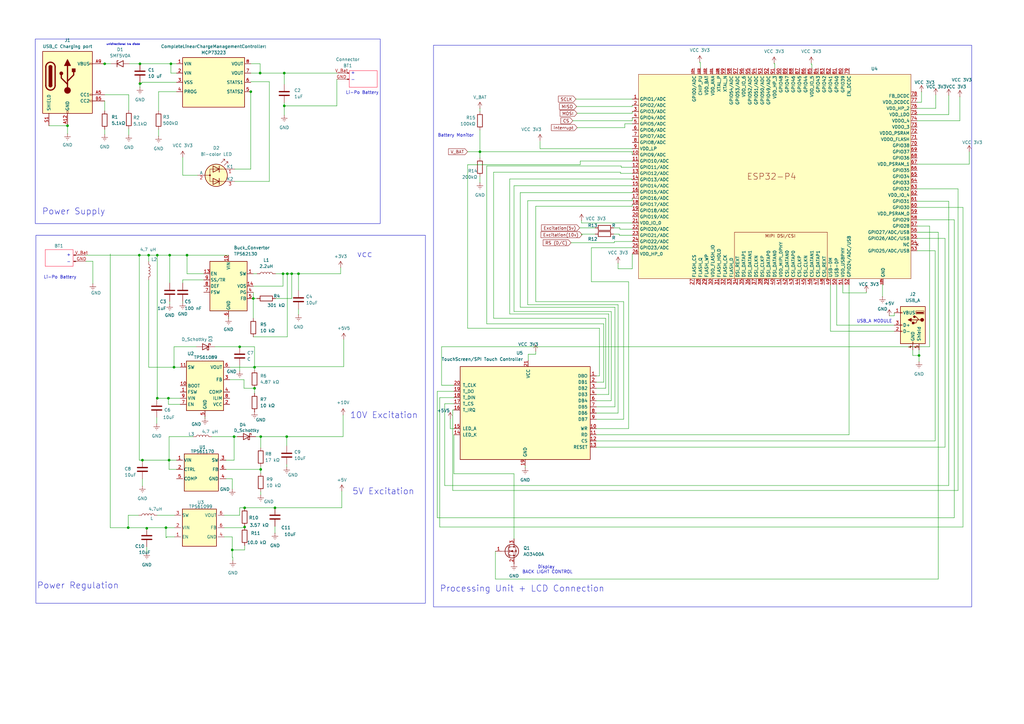
<source format=kicad_sch>
(kicad_sch (version 20250114) (generator "eeschema") (generator_version "9.0")
  (paper "A3")
  (title_block (title "Innovatest ") (date "07.11.2025"))
  (rectangle (start 14.478 16.002) (end 155.956 91.694))
  (rectangle (start 14.732 96.52) (end 174.498 247.396))
  (rectangle (start 177.8 18.542) (end 398.526 248.92))
  (text "Li-Po Battery\n" (at 148.59 38.1 0) (effects (font (size 1.27 1.27))))
  (text "+" (at 28.194 104.648 0) (effects (font (size 1.27 1.27))))
  (text "10V Excitation" (at 157.48 170.434 0) (effects (font (size 2.54 2.54))))
  (text "Li-Po Battery\n" (at 24.638 113.792 0) (effects (font (size 1.27 1.27))))
  (text "Power Regulation" (at 32.004 240.284 0) (effects (font (size 2.54 2.54))))
  (text "5V Excitation\n" (at 157.226 201.676 0) (effects (font (size 2.54 2.54))))
  (text "Display \nBACK LIGHT CONTROL\n" (at 224.536 233.68 0) (effects (font (size 1.27 1.27))))
  (text "USB_A MODULE\n" (at 358.648 131.826 0) (effects (font (size 1.27 1.27))))
  (text "Battery Monitor" (at 186.944 55.626 0) (effects (font (size 1.27 1.27))))
  (text "Processing Unit + LCD Connection \n" (at 215.138 241.554 0) (effects (font (size 2.54 2.54))))
  (text "-" (at 28.194 107.442 0) (effects (font (size 1.27 1.27))))
  (text "Power Supply\n" (at 30.226 86.868 0) (effects (font (size 2.54 2.54))))
  (text "unidirectional tvs diode" (at 50.546 18.288 0) (effects (font (size 0.762 0.762))))
  (text "-" (at 144.78 32.766 0) (effects (font (size 1.27 1.27))))
  (text "+" (at 144.78 29.972 0) (effects (font (size 1.27 1.27))))
  (text "vcc\n" (at 149.606 104.394 0) (effects (font (size 2.54 2.54))))
  (text_box "" (at 18.542 102.362 0) (size 11.43 6.858) (margins 0.9525 0.9525 0.9525 0.9525) (stroke (width 0) (color 255 18 58 1)) (effects (font (size 1.27 1.27)) (justify left top)))
  (text_box "" (at 143.256 28.956 0) (size 11.43 6.858) (margins 0.9525 0.9525 0.9525 0.9525) (stroke (width 0) (color 255 18 58 1)) (effects (font (size 1.27 1.27)) (justify left top)))
  (junction (at 42.926 26.162))
  (junction (at 57.404 26.162))
  (junction (at 376.936 145.796))
  (junction (at 196.85 62.23))
  (junction (at 98.298 142.24))
  (junction (at 64.516 104.648))
  (junction (at 69.596 104.648))
  (junction (at 106.934 179.07))
  (junction (at 106.68 29.972))
  (junction (at 104.394 159.258))
  (junction (at 52.578 216.408))
  (junction (at 64.516 163.322))
  (junction (at 71.374 150.622))
  (junction (at 106.934 192.532))
  (junction (at 69.342 188.722))
  (junction (at 57.15 104.648))
  (junction (at 103.886 122.428))
  (junction (at 116.586 29.972))
  (junction (at 104.394 150.622))
  (junction (at 76.708 104.648))
  (junction (at 57.404 34.29))
  (junction (at 117.602 179.07))
  (junction (at 122.428 112.268))
  (junction (at 60.198 216.662))
  (junction (at 27.686 51.562))
  (junction (at 119.634 112.268))
  (junction (at 116.586 43.434))
  (junction (at 70.104 26.162))
  (junction (at 102.87 37.592))
  (junction (at 116.078 112.268))
  (junction (at 117.856 112.268))
  (junction (at 68.072 216.408))
  (junction (at 112.776 208.28))
  (junction (at 100.33 208.28))
  (junction (at 58.42 188.722))
  (junction (at 96.012 179.07))
  (junction (at 100.33 216.154))
  (junction (at 95.25 225.552))
  (junction (at 69.088 163.322))
  (junction (at 60.96 104.648))
  (wire (pts (xy 86.868 179.07) (xy 96.012 179.07)))
  (wire (pts (xy 213.36 125.984) (xy 252.222 125.984)))
  (wire (pts (xy 71.374 150.622) (xy 73.914 150.622)))
  (wire (pts (xy 238.506 91.44) (xy 238.506 90.424)))
  (wire (pts (xy 254.254 93.472) (xy 251.714 93.472)))
  (wire (pts (xy 391.414 212.344) (xy 179.324 212.344)))
  (wire (pts (xy 244.602 166.878) (xy 252.222 166.878)))
  (wire (pts (xy 91.948 220.218) (xy 95.25 220.218)))
  (wire (pts (xy 71.374 142.24) (xy 80.518 142.24)))
  (wire (pts (xy 100.33 216.154) (xy 100.33 215.9)))
  (wire (pts (xy 376.936 145.796) (xy 376.936 143.51)))
  (wire (pts (xy 60.96 104.648) (xy 60.96 107.188)))
  (wire (pts (xy 96.012 179.07) (xy 97.282 179.07)))
  (wire (pts (xy 42.926 41.402) (xy 42.926 45.466)))
  (wire (pts (xy 215.392 191.77) (xy 215.392 191.008)))
  (wire (pts (xy 95.25 228.6) (xy 95.25 225.552)))
  (wire (pts (xy 254.762 68.58) (xy 254.762 68.072)))
  (wire (pts (xy 138.176 43.434) (xy 116.586 43.434)))
  (wire (pts (xy 68.072 216.408) (xy 71.628 216.408)))
  (wire (pts (xy 52.832 52.832) (xy 52.832 55.372)))
  (wire (pts (xy 392.938 77.47) (xy 392.938 201.168)))
  (wire (pts (xy 64.262 163.322) (xy 64.516 163.322)))
  (wire (pts (xy 219.71 84.582) (xy 219.71 123.698)))
  (wire (pts (xy 182.372 165.608) (xy 186.182 165.608)))
  (wire (pts (xy 362.204 116.84) (xy 361.95 116.84)))
  (wire (pts (xy 116.586 42.164) (xy 116.586 43.434)))
  (wire (pts (xy 251.968 99.568) (xy 251.968 99.06)))
  (wire (pts (xy 106.934 191.262) (xy 106.934 192.532)))
  (wire (pts (xy 104.394 150.622) (xy 104.394 151.638)))
  (wire (pts (xy 257.81 115.57) (xy 257.81 175.768)))
  (wire (pts (xy 185.674 201.168) (xy 185.674 168.148)))
  (wire (pts (xy 387.604 97.79) (xy 387.604 183.388)))
  (wire (pts (xy 139.7 112.268) (xy 139.7 109.728)))
  (wire (pts (xy 102.87 33.528) (xy 110.49 33.528)))
  (wire (pts (xy 332.994 26.416) (xy 332.994 27.94)))
  (wire (pts (xy 376.174 85.09) (xy 394.97 85.09)))
  (wire (pts (xy 259.334 62.23) (xy 259.334 63.5)))
  (wire (pts (xy 209.042 73.406) (xy 209.042 128.778)))
  (wire (pts (xy 394.97 216.154) (xy 180.34 216.154)))
  (wire (pts (xy 383.54 102.87) (xy 383.54 180.848)))
  (wire (pts (xy 184.658 171.704) (xy 184.658 175.768)))
  (wire (pts (xy 248.412 159.258) (xy 244.602 159.258)))
  (wire (pts (xy 64.516 211.328) (xy 71.628 211.328)))
  (wire (pts (xy 64.516 163.322) (xy 69.088 163.322)))
  (wire (pts (xy 196.85 62.23) (xy 196.85 64.77)))
  (wire (pts (xy 244.602 169.418) (xy 253.492 169.418)))
  (wire (pts (xy 196.85 62.23) (xy 259.334 62.23)))
  (wire (pts (xy 213.36 78.994) (xy 259.334 78.994)))
  (wire (pts (xy 242.57 115.57) (xy 257.81 115.57)))
  (wire (pts (xy 60.96 150.622) (xy 71.374 150.622)))
  (wire (pts (xy 96.012 179.07) (xy 96.012 188.722)))
  (wire (pts (xy 210.82 127.762) (xy 210.82 76.2)))
  (wire (pts (xy 45.212 216.408) (xy 52.578 216.408)))
  (wire (pts (xy 259.334 104.14) (xy 259.334 110.236)))
  (wire (pts (xy 383.54 180.848) (xy 244.602 180.848)))
  (wire (pts (xy 95.504 229.87) (xy 95.504 228.6)))
  (wire (pts (xy 104.394 159.258) (xy 104.394 161.29)))
  (wire (pts (xy 332.994 26.416) (xy 332.74 26.416)))
  (wire (pts (xy 259.334 78.994) (xy 259.334 78.74)))
  (wire (pts (xy 68.072 216.408) (xy 68.072 220.472)))
  (wire (pts (xy 255.778 171.958) (xy 244.602 171.958)))
  (wire (pts (xy 376.174 90.17) (xy 391.414 90.17)))
  (wire (pts (xy 64.262 163.576) (xy 64.262 163.322)))
  (wire (pts (xy 138.176 32.512) (xy 138.176 43.434)))
  (wire (pts (xy 117.602 179.07) (xy 117.602 182.88)))
  (wire (pts (xy 182.372 199.136) (xy 182.372 165.608)))
  (wire (pts (xy 259.334 46.482) (xy 259.334 45.72)))
  (wire (pts (xy 100.33 223.774) (xy 100.33 225.552)))
  (wire (pts (xy 52.578 211.328) (xy 52.578 216.408)))
  (wire (pts (xy 106.68 29.972) (xy 116.586 29.972)))
  (wire (pts (xy 259.08 73.66) (xy 259.08 73.406)))
  (wire (pts (xy 113.03 112.268) (xy 116.078 112.268)))
  (wire (pts (xy 242.57 115.57) (xy 242.57 101.6)))
  (wire (pts (xy 255.778 123.698) (xy 255.778 171.958)))
  (wire (pts (xy 366.776 129.54) (xy 364.744 129.54)))
  (wire (pts (xy 203.2 226.06) (xy 203.2 237.49)))
  (wire (pts (xy 245.872 134.62) (xy 245.872 154.178)))
  (wire (pts (xy 20.066 51.562) (xy 27.686 51.562)))
  (wire (pts (xy 236.728 52.324) (xy 256.286 52.324)))
  (wire (pts (xy 238.506 96.266) (xy 238.506 96.012)))
  (wire (pts (xy 376.174 41.91) (xy 377.952 41.91)))
  (wire (pts (xy 384.81 237.49) (xy 384.81 95.25)))
  (wire (pts (xy 57.404 25.908) (xy 57.404 26.162)))
  (wire (pts (xy 103.886 112.268) (xy 105.41 112.268)))
  (wire (pts (xy 252.222 125.984) (xy 252.222 166.878)))
  (wire (pts (xy 219.71 123.698) (xy 255.778 123.698)))
  (wire (pts (xy 376.174 46.99) (xy 389.128 46.99)))
  (wire (pts (xy 116.586 43.434) (xy 116.586 47.244)))
  (wire (pts (xy 179.324 160.528) (xy 186.182 160.528)))
  (wire (pts (xy 383.794 38.862) (xy 383.794 44.45)))
  (wire (pts (xy 116.586 29.972) (xy 116.586 34.544)))
  (wire (pts (xy 287.274 25.654) (xy 287.274 27.94)))
  (wire (pts (xy 376.174 67.31) (xy 397.51 67.31)))
  (wire (pts (xy 191.77 134.62) (xy 245.872 134.62)))
  (wire (pts (xy 256.286 50.8) (xy 259.334 50.8)))
  (wire (pts (xy 180.34 216.154) (xy 180.34 163.068)))
  (wire (pts (xy 69.342 179.07) (xy 79.248 179.07)))
  (wire (pts (xy 209.042 73.406) (xy 259.08 73.406)))
  (wire (pts (xy 203.2 237.49) (xy 384.81 237.49)))
  (wire (pts (xy 104.394 159.258) (xy 100.076 159.258)))
  (wire (pts (xy 259.334 49.53) (xy 234.95 49.53)))
  (wire (pts (xy 199.644 132.842) (xy 247.65 132.842)))
  (wire (pts (xy 106.934 202.946) (xy 106.934 201.676)))
  (wire (pts (xy 38.1 107.188) (xy 38.1 116.332)))
  (wire (pts (xy 389.128 46.99) (xy 389.128 39.116)))
  (wire (pts (xy 60.198 216.662) (xy 60.452 216.662)))
  (wire (pts (xy 244.094 93.472) (xy 237.744 93.472)))
  (wire (pts (xy 191.77 62.23) (xy 196.85 62.23)))
  (wire (pts (xy 366.776 128.27) (xy 366.776 129.54)))
  (wire (pts (xy 42.926 53.086) (xy 42.926 55.118)))
  (wire (pts (xy 236.22 40.64) (xy 259.334 40.64)))
  (wire (pts (xy 42.926 38.862) (xy 52.832 38.862)))
  (wire (pts (xy 376.174 95.25) (xy 384.81 95.25)))
  (wire (pts (xy 60.452 216.408) (xy 68.072 216.408)))
  (wire (pts (xy 104.902 179.07) (xy 106.934 179.07)))
  (wire (pts (xy 116.078 112.268) (xy 117.856 112.268)))
  (wire (pts (xy 102.87 37.338) (xy 102.87 37.592)))
  (wire (pts (xy 391.414 90.17) (xy 391.414 212.344)))
  (wire (pts (xy 71.374 142.24) (xy 71.374 150.622)))
  (wire (pts (xy 69.088 163.322) (xy 73.914 163.322)))
  (wire (pts (xy 244.602 175.768) (xy 257.81 175.768)))
  (wire (pts (xy 377.952 37.592) (xy 377.952 41.91)))
  (wire (pts (xy 345.694 116.84) (xy 345.694 120.142)))
  (wire (pts (xy 348.234 116.84) (xy 348.234 178.308)))
  (wire (pts (xy 100.076 159.258) (xy 100.076 155.702)))
  (wire (pts (xy 238.506 96.012) (xy 244.094 96.012)))
  (wire (pts (xy 72.39 37.592) (xy 65.024 37.592)))
  (wire (pts (xy 60.198 216.408) (xy 60.198 216.662)))
  (wire (pts (xy 209.042 128.778) (xy 249.682 128.778)))
  (wire (pts (xy 254.762 68.58) (xy 259.334 68.58)))
  (wire (pts (xy 98.298 149.86) (xy 98.298 152.146)))
  (wire (pts (xy 185.674 201.168) (xy 392.938 201.168)))
  (wire (pts (xy 259.334 48.26) (xy 259.334 49.53)))
  (wire (pts (xy 181.102 157.988) (xy 186.182 157.988)))
  (wire (pts (xy 244.602 154.178) (xy 245.872 154.178)))
  (wire (pts (xy 219.71 145.288) (xy 219.71 144.018)))
  (wire (pts (xy 196.85 62.23) (xy 196.85 53.34)))
  (wire (pts (xy 103.886 119.888) (xy 103.886 122.428)))
  (wire (pts (xy 116.586 29.972) (xy 138.176 29.972)))
  (wire (pts (xy 186.182 194.31) (xy 210.82 194.31)))
  (wire (pts (xy 340.614 135.89) (xy 366.776 135.89)))
  (wire (pts (xy 52.578 216.408) (xy 60.198 216.408)))
  (wire (pts (xy 84.074 170.942) (xy 84.074 171.45)))
  (wire (pts (xy 70.104 26.162) (xy 72.39 26.162)))
  (wire (pts (xy 216.662 145.288) (xy 216.662 147.828)))
  (wire (pts (xy 238.506 96.266) (xy 238.76 96.266)))
  (wire (pts (xy 69.342 192.532) (xy 72.39 192.532)))
  (wire (pts (xy 185.674 168.148) (xy 186.182 168.148)))
  (wire (pts (xy 376.936 145.796) (xy 374.396 145.796)))
  (wire (pts (xy 202.438 130.556) (xy 248.412 130.556)))
  (wire (pts (xy 106.934 192.532) (xy 106.934 194.056)))
  (wire (pts (xy 113.03 122.428) (xy 119.634 122.428)))
  (wire (pts (xy 119.634 112.268) (xy 119.634 122.428)))
  (wire (pts (xy 69.342 188.722) (xy 69.342 179.07)))
  (wire (pts (xy 117.856 112.268) (xy 117.856 138.176)))
  (wire (pts (xy 179.324 212.344) (xy 179.324 160.528)))
  (wire (pts (xy 355.346 119.634) (xy 355.346 120.142)))
  (wire (pts (xy 69.342 188.722) (xy 72.39 188.722)))
  (wire (pts (xy 259.334 93.98) (xy 254.254 93.98)))
  (wire (pts (xy 196.85 44.45) (xy 196.85 45.72)))
  (wire (pts (xy 181.102 157.988) (xy 181.102 142.24)))
  (wire (pts (xy 104.394 142.24) (xy 104.394 150.622)))
  (wire (pts (xy 69.596 123.698) (xy 69.596 124.714)))
  (wire (pts (xy 64.516 104.648) (xy 64.516 163.322)))
  (wire (pts (xy 254.254 93.98) (xy 254.254 93.472)))
  (wire (pts (xy 119.634 112.268) (xy 122.428 112.268)))
  (wire (pts (xy 389.128 82.55) (xy 389.128 199.136)))
  (wire (pts (xy 202.438 70.612) (xy 254.508 70.612)))
  (wire (pts (xy 72.39 33.782) (xy 58.166 33.782)))
  (wire (pts (xy 74.93 114.808) (xy 74.93 116.078)))
  (wire (pts (xy 60.452 216.662) (xy 60.452 216.408)))
  (wire (pts (xy 52.578 211.328) (xy 56.896 211.328)))
  (wire (pts (xy 106.68 26.162) (xy 106.68 29.972)))
  (wire (pts (xy 102.87 26.162) (xy 106.68 26.162)))
  (wire (pts (xy 57.404 26.162) (xy 57.404 26.67)))
  (wire (pts (xy 374.396 145.796) (xy 374.396 143.51)))
  (wire (pts (xy 91.948 216.408) (xy 100.33 216.408)))
  (wire (pts (xy 259.334 81.28) (xy 259.334 82.296)))
  (wire (pts (xy 199.644 68.072) (xy 254.762 68.072)))
  (wire (pts (xy 259.08 73.66) (xy 259.334 73.66)))
  (wire (pts (xy 58.42 199.39) (xy 58.42 196.342)))
  (wire (pts (xy 64.516 104.648) (xy 69.596 104.648)))
  (wire (pts (xy 376.174 49.53) (xy 393.7 49.53)))
  (wire (pts (xy 74.93 114.808) (xy 83.566 114.808)))
  (wire (pts (xy 254.508 71.12) (xy 254.508 70.612)))
  (wire (pts (xy 381.254 92.71) (xy 381.254 142.24)))
  (wire (pts (xy 57.404 26.162) (xy 70.104 26.162)))
  (wire (pts (xy 236.474 43.688) (xy 259.334 43.688)))
  (wire (pts (xy 216.408 124.968) (xy 253.492 124.968)))
  (wire (pts (xy 191.77 67.564) (xy 191.77 134.62)))
  (wire (pts (xy 42.926 26.162) (xy 45.466 26.162)))
  (wire (pts (xy 68.326 220.218) (xy 71.628 220.218)))
  (wire (pts (xy 376.174 97.79) (xy 387.604 97.79)))
  (wire (pts (xy 376.936 145.796) (xy 376.936 148.336)))
  (wire (pts (xy 65.024 53.086) (xy 65.024 55.88)))
  (wire (pts (xy 69.596 104.648) (xy 69.596 116.078)))
  (wire (pts (xy 376.174 77.47) (xy 392.938 77.47)))
  (wire (pts (xy 106.934 179.07) (xy 106.934 183.642)))
  (wire (pts (xy 52.832 38.862) (xy 52.832 45.212)))
  (wire (pts (xy 251.968 99.06) (xy 259.334 99.06)))
  (wire (pts (xy 345.694 120.142) (xy 355.346 120.142)))
  (wire (pts (xy 116.078 117.348) (xy 103.886 117.348)))
  (wire (pts (xy 76.708 104.648) (xy 93.726 104.648)))
  (wire (pts (xy 253.492 110.236) (xy 259.334 110.236)))
  (wire (pts (xy 259.334 71.12) (xy 254.508 71.12)))
  (wire (pts (xy 216.408 82.296) (xy 216.408 124.968)))
  (wire (pts (xy 253.492 107.95) (xy 253.492 110.236)))
  (wire (pts (xy 244.602 178.308) (xy 348.234 178.308)))
  (wire (pts (xy 216.662 145.288) (xy 219.71 145.288)))
  (wire (pts (xy 140.97 150.368) (xy 140.97 139.192)))
  (wire (pts (xy 42.672 26.162) (xy 42.926 26.162)))
  (wire (pts (xy 219.71 84.582) (xy 259.334 84.582)))
  (wire (pts (xy 95.25 225.552) (xy 100.33 225.552)))
  (wire (pts (xy 259.334 83.82) (xy 259.334 84.582)))
  (wire (pts (xy 69.088 165.862) (xy 69.088 163.322)))
  (wire (pts (xy 45.212 104.14) (xy 45.212 216.408)))
  (wire (pts (xy 91.948 211.328) (xy 98.298 211.328)))
  (wire (pts (xy 250.698 164.338) (xy 250.698 127.762)))
  (wire (pts (xy 242.57 101.6) (xy 259.334 101.6)))
  (wire (pts (xy 35.306 104.648) (xy 57.15 104.648)))
  (wire (pts (xy 397.51 62.23) (xy 397.51 67.31)))
  (wire (pts (xy 58.166 33.782) (xy 58.166 34.29)))
  (wire (pts (xy 317.754 26.162) (xy 317.754 27.94)))
  (wire (pts (xy 376.174 102.87) (xy 383.54 102.87)))
  (wire (pts (xy 68.326 220.472) (xy 68.326 220.218)))
  (wire (pts (xy 254 96.012) (xy 251.714 96.012)))
  (wire (pts (xy 69.596 104.648) (xy 76.708 104.648)))
  (wire (pts (xy 100.33 216.408) (xy 100.33 216.154)))
  (wire (pts (xy 103.886 138.176) (xy 117.856 138.176)))
  (wire (pts (xy 98.298 208.28) (xy 100.33 208.28)))
  (wire (pts (xy 376.174 44.45) (xy 383.794 44.45)))
  (wire (pts (xy 117.856 112.268) (xy 119.634 112.268)))
  (wire (pts (xy 88.138 142.24) (xy 98.298 142.24)))
  (wire (pts (xy 254 96.52) (xy 254 96.012)))
  (wire (pts (xy 60.96 104.648) (xy 64.516 104.648)))
  (wire (pts (xy 117.602 179.07) (xy 140.716 179.07)))
  (wire (pts (xy 317.5 26.162) (xy 317.5 25.908)))
  (wire (pts (xy 70.104 29.972) (xy 70.104 26.162)))
  (wire (pts (xy 65.024 37.592) (xy 65.024 45.466)))
  (wire (pts (xy 93.726 130.048) (xy 93.726 130.556)))
  (wire (pts (xy 196.85 74.93) (xy 196.85 72.39)))
  (wire (pts (xy 60.198 224.282) (xy 60.198 226.568)))
  (wire (pts (xy 186.182 175.768) (xy 184.658 175.768)))
  (wire (pts (xy 186.182 178.308) (xy 186.182 194.31)))
  (wire (pts (xy 68.072 220.472) (xy 68.326 220.472)))
  (wire (pts (xy 343.154 116.84) (xy 343.154 133.35)))
  (wire (pts (xy 100.33 208.28) (xy 112.776 208.28)))
  (wire (pts (xy 110.49 33.528) (xy 110.49 74.422)))
  (wire (pts (xy 60.96 114.808) (xy 60.96 150.622)))
  (wire (pts (xy 57.404 34.29) (xy 57.404 35.814)))
  (wire (pts (xy 180.34 163.068) (xy 186.182 163.068)))
  (wire (pts (xy 57.15 188.722) (xy 58.42 188.722)))
  (wire (pts (xy 92.71 196.342) (xy 95.25 196.342)))
  (wire (pts (xy 100.076 155.702) (xy 94.234 155.702)))
  (wire (pts (xy 210.82 194.31) (xy 210.82 220.98)))
  (wire (pts (xy 53.086 26.162) (xy 57.404 26.162)))
  (wire (pts (xy 221.488 57.912) (xy 221.488 60.96)))
  (wire (pts (xy 244.602 156.718) (xy 247.65 156.718)))
  (wire (pts (xy 96.266 69.342) (xy 102.87 69.342)))
  (wire (pts (xy 191.77 67.564) (xy 237.998 67.564)))
  (wire (pts (xy 237.998 67.564) (xy 237.998 66.04)))
  (wire (pts (xy 216.408 82.296) (xy 259.334 82.296)))
  (wire (pts (xy 181.102 142.24) (xy 381.254 142.24)))
  (wire (pts (xy 122.428 112.268) (xy 139.7 112.268)))
  (wire (pts (xy 259.334 43.688) (xy 259.334 43.18)))
  (wire (pts (xy 57.15 104.648) (xy 60.96 104.648)))
  (wire (pts (xy 38.1 107.188) (xy 35.306 107.188)))
  (wire (pts (xy 96.012 188.722) (xy 92.71 188.722)))
  (wire (pts (xy 213.36 78.994) (xy 213.36 125.984)))
  (wire (pts (xy 287.02 25.4) (xy 287.02 25.654)))
  (wire (pts (xy 317.754 26.162) (xy 317.5 26.162)))
  (wire (pts (xy 95.25 220.218) (xy 95.25 225.552)))
  (wire (pts (xy 238.506 91.44) (xy 259.334 91.44)))
  (wire (pts (xy 102.87 29.972) (xy 106.68 29.972)))
  (wire (pts (xy 244.602 183.388) (xy 387.604 183.388)))
  (wire (pts (xy 122.428 112.268) (xy 122.428 119.126)))
  (wire (pts (xy 340.614 116.84) (xy 340.614 135.89)))
  (wire (pts (xy 69.088 165.862) (xy 73.914 165.862)))
  (wire (pts (xy 394.97 85.09) (xy 394.97 216.154)))
  (wire (pts (xy 102.87 37.592) (xy 102.87 69.342)))
  (wire (pts (xy 199.644 68.072) (xy 199.644 132.842)))
  (wire (pts (xy 259.334 96.52) (xy 254 96.52)))
  (wire (pts (xy 140.208 208.28) (xy 140.208 201.422)))
  (wire (pts (xy 247.65 132.842) (xy 247.65 156.718)))
  (wire (pts (xy 76.708 112.268) (xy 83.566 112.268)))
  (wire (pts (xy 122.428 126.746) (xy 122.428 129.032)))
  (wire (pts (xy 95.25 196.342) (xy 95.25 200.66)))
  (wire (pts (xy 249.682 128.778) (xy 249.682 161.798)))
  (wire (pts (xy 253.492 124.968) (xy 253.492 169.418)))
  (wire (pts (xy 57.15 104.648) (xy 57.15 188.722)))
  (wire (pts (xy 210.82 76.2) (xy 259.334 76.2)))
  (wire (pts (xy 237.998 66.04) (xy 259.334 66.04)))
  (wire (pts (xy 95.504 228.6) (xy 95.25 228.6)))
  (wire (pts (xy 250.698 127.762) (xy 210.82 127.762)))
  (wire (pts (xy 98.298 211.328) (xy 98.298 208.28)))
  (wire (pts (xy 376.174 92.71) (xy 381.254 92.71)))
  (wire (pts (xy 287.274 25.654) (xy 287.02 25.654)))
  (wire (pts (xy 70.104 29.972) (xy 72.39 29.972)))
  (wire (pts (xy 103.886 122.428) (xy 105.41 122.428)))
  (wire (pts (xy 140.716 179.07) (xy 140.716 170.18)))
  (wire (pts (xy 74.93 71.882) (xy 81.026 71.882)))
  (wire (pts (xy 58.166 34.29) (xy 57.404 34.29)))
  (wire (pts (xy 57.404 33.782) (xy 57.404 34.29)))
  (wire (pts (xy 116.078 112.268) (xy 116.078 117.348)))
  (wire (pts (xy 74.93 64.516) (xy 74.93 71.882)))
  (wire (pts (xy 256.286 52.324) (xy 256.286 50.8)))
  (wire (pts (xy 221.488 60.96) (xy 259.334 60.96)))
  (wire (pts (xy 249.682 161.798) (xy 244.602 161.798)))
  (wire (pts (xy 64.262 171.196) (xy 64.262 173.736)))
  (wire (pts (xy 98.298 142.24) (xy 104.394 142.24)))
  (wire (pts (xy 69.342 188.722) (xy 69.342 192.532)))
  (wire (pts (xy 234.188 99.568) (xy 251.968 99.568)))
  (wire (pts (xy 389.128 82.55) (xy 376.174 82.55)))
  (wire (pts (xy 361.95 116.84) (xy 361.95 121.666)))
  (wire (pts (xy 389.128 199.136) (xy 182.372 199.136)))
  (wire (pts (xy 76.708 104.648) (xy 76.708 112.268)))
  (wire (pts (xy 58.42 188.722) (xy 69.342 188.722)))
  (wire (pts (xy 103.886 122.428) (xy 103.886 130.556)))
  (wire (pts (xy 27.686 51.562) (xy 27.686 54.864)))
  (wire (pts (xy 104.394 150.368) (xy 140.97 150.368)))
  (wire (pts (xy 236.728 46.482) (xy 259.334 46.482)))
  (wire (pts (xy 74.93 123.698) (xy 74.93 124.206)))
  (wire (pts (xy 112.776 208.28) (xy 140.208 208.28)))
  (wire (pts (xy 343.154 133.35) (xy 366.776 133.35)))
  (wire (pts (xy 244.602 164.338) (xy 250.698 164.338)))
  (wire (pts (xy 94.234 150.622) (xy 104.394 150.622)))
  (wire (pts (xy 202.438 70.612) (xy 202.438 130.556)))
  (wire (pts (xy 393.7 39.624) (xy 393.7 49.53)))
  (wire (pts (xy 248.412 130.556) (xy 248.412 159.258)))
  (wire (pts (xy 332.74 26.416) (xy 332.74 25.908)))
  (wire (pts (xy 96.266 74.422) (xy 110.49 74.422)))
  (wire (pts (xy 106.934 179.07) (xy 117.602 179.07)))
  (wire (pts (xy 117.602 191.516) (xy 117.602 190.5)))
  (wire (pts (xy 92.71 192.532) (xy 106.934 192.532)))
  (wire (pts (xy 112.776 215.9) (xy 112.776 218.694)))
  (global_label "CS" (shape input) (at 234.95 49.53 180) (property "Intersheetrefs" "${INTERSHEET_REFS}" (effects (hide yes))))
  (global_label "MISO" (shape input) (at 236.474 43.688 180) (property "Intersheetrefs" "${INTERSHEET_REFS}" (effects (hide yes))))
  (global_label "Excitation(10v)" (shape input) (at 238.76 96.266 180) (property "Intersheetrefs" "${INTERSHEET_REFS}" (effects (hide yes))))
  (global_label "SCLK" (shape input) (at 236.22 40.64 180) (property "Intersheetrefs" "${INTERSHEET_REFS}" (effects (hide yes))))
  (global_label "Interrupt" (shape input) (at 236.728 52.324 180) (property "Intersheetrefs" "${INTERSHEET_REFS}" (effects (hide yes))))
  (global_label "V_BAT" (shape input) (at 191.77 62.23 180) (property "Intersheetrefs" "${INTERSHEET_REFS}" (effects (hide yes))))
  (global_label "MOSI" (shape input) (at 236.728 46.482 180) (property "Intersheetrefs" "${INTERSHEET_REFS}" (effects (hide yes))))
  (global_label "RS (D{slash}C)" (shape input) (at 234.188 99.568 180) (property "Intersheetrefs" "${INTERSHEET_REFS}" (effects (hide yes))))
  (global_label "Excitation(5v)" (shape input) (at 237.744 93.472 180) (property "Intersheetrefs" "${INTERSHEET_REFS}" (effects (hide yes))))
  (symbol (lib_id "Device:C") (at 60.198 220.472 0) (unit 1)
    (property "Reference" "C10" (at 55.372 224.028 0) (effects (justify left)))
    (property "Value" "10uF" (at 56.896 226.568 0) (effects (justify left)))
    (property "Description" "Unpolarized capacitor" (effects (hide yes)))
  )
  (symbol (lib_id "power:GNDREF") (at 361.95 121.666 0) (unit 1)
    (property "Reference" "#PWR028" (effects (hide yes)))
    (property "Value" "GND" (at 361.95 126.746 0))
    (property "Description" "Power symbol creates a global label with name \"GNDREF\" , reference supply ground" (effects (hide yes)))
  )
  (symbol (lib_name "TPS61165DBV_1") (lib_id "Driver_LED:TPS61165DBV") (at 81.788 216.408 0) (unit 1)
    (property "Reference" "U3" (at 82.296 205.994 0))
    (property "Value" "TPS61099" (at 82.296 207.772 0))
    (property "Footprint" "Package_TO_SOT_SMD:SOT-23-6" (effects (hide yes)))
    (property "Datasheet" "https://www.ti.com/lit/ds/symlink/tps61165.pdf" (effects (hide yes)))
    (property "Description" "High-Brightness, White LED Driver, 3V to 18V input voltage range, internal switch, constant current, up to 38V/1.2A output, SOT-23-6" (effects (hide yes)))
  )
  (symbol (lib_id "power:GNDREF") (at 104.394 168.91 0) (unit 1)
    (property "Reference" "#PWR016" (effects (hide yes)))
    (property "Value" "GND" (at 106.934 172.212 0))
    (property "Description" "Power symbol creates a global label with name \"GNDREF\" , reference supply ground" (effects (hide yes)))
  )
  (symbol (lib_id "power:GNDREF") (at 52.832 55.372 0) (unit 1)
    (property "Reference" "#PWR04" (effects (hide yes)))
    (property "Value" "GND" (at 52.832 60.452 0))
    (property "Description" "Power symbol creates a global label with name \"GNDREF\" , reference supply ground" (effects (hide yes)))
  )
  (symbol (lib_id "power:VCC") (at 332.74 25.908 0) (unit 1)
    (property "Reference" "#PWR031" (effects (hide yes)))
    (property "Value" "VCC 3V3" (at 332.74 21.082 0))
    (property "Description" "Power symbol creates a global label with name \"VCC\"" (effects (hide yes)))
  )
  (symbol (lib_id "power:GNDREF") (at 376.936 148.336 0) (mirror y) (unit 1)
    (property "Reference" "#PWR036" (effects (hide yes)))
    (property "Value" "GND" (at 376.936 153.416 0))
    (property "Description" "Power symbol creates a global label with name \"GNDREF\" , reference supply ground" (effects (hide yes)))
  )
  (symbol (lib_id "Device:R") (at 100.33 212.09 0) (unit 1)
    (property "Reference" "R10" (at 102.108 212.344 0) (effects (justify left)))
    (property "Value" "3.57 kΩ" (at 102.362 215.392 0) (effects (justify left)))
    (property "Description" "Resistor" (effects (hide yes)))
  )
  (symbol (lib_id "power:GNDREF") (at 27.686 54.864 0) (unit 1)
    (property "Reference" "#PWR02" (effects (hide yes)))
    (property "Value" "GND" (at 27.686 59.436 0))
    (property "Description" "Power symbol creates a global label with name \"GNDREF\" , reference supply ground" (effects (hide yes)))
  )
  (symbol (lib_id "Device:D_Schottky") (at 101.092 179.07 0) (mirror y) (unit 1)
    (property "Reference" "D4" (at 99.568 174.244 0))
    (property "Value" "D_Schottky" (at 101.092 176.53 0))
    (property "Description" "Schottky diode" (effects (hide yes)))
  )
  (symbol (lib_id "power:VCC") (at 355.346 119.634 0) (unit 1)
    (property "Reference" "#PWR045" (effects (hide yes)))
    (property "Value" "VCC 3V3" (at 356.362 116.586 0))
    (property "Description" "Power symbol creates a global label with name \"VCC\"" (effects (hide yes)))
  )
  (symbol (lib_id "power:+10V") (at 140.716 170.18 0) (unit 1)
    (property "Reference" "#PWR043" (effects (hide yes)))
    (property "Value" "+10V" (at 140.716 165.1 0))
    (property "Description" "Power symbol creates a global label with name \"+10V\"" (effects (hide yes)))
  )
  (symbol (lib_id "power:GNDREF") (at 117.602 191.516 0) (unit 1)
    (property "Reference" "#PWR020" (effects (hide yes)))
    (property "Value" "GND" (at 120.142 194.818 0))
    (property "Description" "Power symbol creates a global label with name \"GNDREF\" , reference supply ground" (effects (hide yes)))
  )
  (symbol (lib_id "Device:C") (at 69.596 119.888 0) (unit 1)
    (property "Reference" "C3" (at 65.532 123.698 0) (effects (justify left)))
    (property "Value" "1uF" (at 64.516 126.492 0) (effects (justify left)))
    (property "Description" "Unpolarized capacitor" (effects (hide yes)))
  )
  (symbol (lib_id "power:GNDREF") (at 64.262 173.736 0) (unit 1)
    (property "Reference" "#PWR013" (effects (hide yes)))
    (property "Value" "GND" (at 64.262 178.816 0))
    (property "Description" "Power symbol creates a global label with name \"GNDREF\" , reference supply ground" (effects (hide yes)))
  )
  (symbol (lib_id "Transistor_FET:AO3400A") (at 208.28 226.06 0) (unit 1)
    (property "Reference" "Q1" (at 214.63 224.7899 0) (effects (justify left)))
    (property "Value" "AO3400A" (at 214.63 227.3299 0) (effects (justify left)))
    (property "Footprint" "Package_TO_SOT_SMD:SOT-23" (effects (hide yes)))
    (property "Datasheet" "http://www.aosmd.com/pdfs/datasheet/AO3400A.pdf" (effects (hide yes)))
    (property "Description" "30V Vds, 5.7A Id, N-Channel MOSFET, SOT-23" (effects (hide yes)))
  )
  (symbol (lib_id "Device:R") (at 247.904 96.012 270) (unit 1)
    (property "Reference" "R13" (at 243.078 92.456 90))
    (property "Value" "R" (at 251.714 97.536 90))
    (property "Description" "Resistor" (effects (hide yes)))
  )
  (symbol (lib_id "Device:LED_Dual_KAK") (at 88.646 71.882 0) (unit 1)
    (property "Reference" "D2" (at 88.7095 60.706 0))
    (property "Value" "Bi-color LED" (at 88.7095 63.246 0))
    (property "Description" "Dual LED, common anode on pin 2" (effects (hide yes)))
  )
  (symbol (lib_id "power:VCC") (at 221.488 57.658 0) (unit 1)
    (property "Reference" "#PWR026" (effects (hide yes)))
    (property "Value" "VCC 3V3" (at 217.932 53.086 0))
    (property "Description" "Power symbol creates a global label with name \"VCC\"" (effects (hide yes)))
  )
  (symbol (lib_id "Battery_Management:LGS5500EP") (at 87.63 33.782 0) (unit 1)
    (property "Reference" "CompleteLinearChargeManagementController:" (at 87.63 19.05 0))
    (property "Value" "MCP73223" (at 87.63 21.59 0))
    (property "Footprint" "Package_SO:SOIC-8-1EP_3.9x4.9mm_P1.27mm_EP2.41x3.3mm" (effects (hide yes)))
    (property "Datasheet" "https://www.lcsc.com/datasheet/lcsc_datasheet_2304071430_Legend-Si-LGS5500EP_C5280699.pdf" (effects (hide yes)))
    (property "Description" "LiPo charger and 5V boost converter, 4.5-5.5V input, 4.2-4.4V battery, 400-1000mA charge current, 800mA boost output, SOIC-8-1EP" (effects (hide yes)))
  )
  (symbol (lib_id "Device:L") (at 60.96 110.998 0) (unit 1)
    (property "Reference" "L2" (at 61.976 106.426 0) (effects (justify left)))
    (property "Value" "4.7 uH" (at 57.404 102.362 0) (effects (justify left)))
    (property "Description" "Inductor" (effects (hide yes)))
  )
  (symbol (lib_id "Regulator_Switching:TPS61089") (at 84.074 158.242 0) (unit 1)
    (property "Reference" "U2" (at 78.232 145.034 0))
    (property "Value" "TPS61089" (at 84.328 146.558 0))
    (property "Footprint" "Package_DFN_QFN:Texas_VQFN-RNR0011A-11" (effects (hide yes)))
    (property "Datasheet" "http://www.ti.com/lit/ds/symlink/tps61089.pdf" (effects (hide yes)))
    (property "Description" "7A Boost Converters, Adjustable output voltage (PFM), input 2.7 to 12V , output 4.5 to 12.6V, VQFN-11" (effects (hide yes)))
  )
  (symbol (lib_id "Espressif:ESP32-P4") (at 316.484 72.39 0) (unit 1)
    (property "Reference" "U4" (at 358.648 28.194 0))
    (property "Footprint" "PCM_Espressif:ESP32-P4" (effects (hide yes)))
    (property "Description" "High-performance MCU with one RISC-V 32-bit dual-core microprocessor and one single-core microprocessor" (effects (hide yes)))
  )
  (symbol (lib_id "power:+5V") (at 184.658 171.704 0) (unit 1)
    (property "Reference" "#PWR046" (effects (hide yes)))
    (property "Value" "+5V5" (at 181.864 168.402 0))
    (property "Description" "Power symbol creates a global label with name \"+5V\"" (effects (hide yes)))
  )
  (symbol (lib_id "power:VCC") (at 393.7 39.624 0) (unit 1)
    (property "Reference" "#PWR034" (effects (hide yes)))
    (property "Value" "VCC 3V3" (at 394.462 32.766 0))
    (property "Description" "Power symbol creates a global label with name \"VCC\"" (effects (hide yes)))
  )
  (symbol (lib_id "power:+5V") (at 140.208 201.422 0) (unit 1)
    (property "Reference" "#PWR039" (effects (hide yes)))
    (property "Value" "+5V" (at 140.208 196.85 0))
    (property "Description" "Power symbol creates a global label with name \"+5V\"" (effects (hide yes)))
  )
  (symbol (lib_id "Device:R") (at 103.886 134.366 0) (unit 1)
    (property "Reference" "R5" (at 106.68 133.0959 0) (effects (justify left)))
    (property "Value" "10 kΩ" (at 106.68 135.6359 0) (effects (justify left)))
    (property "Description" "Resistor" (effects (hide yes)))
  )
  (symbol (lib_id "Device:R") (at 247.904 93.472 90) (unit 1)
    (property "Reference" "R12" (at 243.078 98.044 90))
    (property "Value" "R" (at 251.714 92.456 90))
    (property "Description" "Resistor" (effects (hide yes)))
  )
  (symbol (lib_id "power:GNDREF") (at 116.586 47.244 0) (unit 1)
    (property "Reference" "#PWR05" (effects (hide yes)))
    (property "Value" "GND" (at 116.586 52.324 0))
    (property "Description" "Power symbol creates a global label with name \"GNDREF\" , reference supply ground" (effects (hide yes)))
  )
  (symbol (lib_id "power:GNDREF") (at 95.25 200.66 0) (unit 1)
    (property "Reference" "#PWR019" (effects (hide yes)))
    (property "Value" "GND" (at 92.202 200.66 0))
    (property "Description" "Power symbol creates a global label with name \"GNDREF\" , reference supply ground" (effects (hide yes)))
  )
  (symbol (lib_id "power:GNDREF") (at 58.42 199.39 0) (unit 1)
    (property "Reference" "#PWR017" (effects (hide yes)))
    (property "Value" "GND" (at 58.42 204.47 0))
    (property "Description" "Power symbol creates a global label with name \"GNDREF\" , reference supply ground" (effects (hide yes)))
  )
  (symbol (lib_id "power:VCC") (at 317.5 25.908 0) (unit 1)
    (property "Reference" "#PWR033" (effects (hide yes)))
    (property "Value" "VCC 3V3" (at 317.5 21.082 0))
    (property "Description" "Power symbol creates a global label with name \"VCC\"" (effects (hide yes)))
  )
  (symbol (lib_id "Diode:SMF5V0A") (at 49.276 26.162 0) (unit 1)
    (property "Reference" "D1" (at 49.276 20.32 0))
    (property "Value" "SMF5V0A" (at 49.276 22.86 0))
    (property "Footprint" "Diode_SMD:D_SMF" (effects (hide yes)))
    (property "Datasheet" "https://www.vishay.com/doc?85881" (effects (hide yes)))
    (property "Description" "200W unidirectional Transil Transient Voltage Suppressor, 5Vrwm, SMF" (effects (hide yes)))
  )
  (symbol (lib_id "Device:R") (at 196.85 49.53 0) (mirror y) (unit 1)
    (property "Reference" "R15" (at 195.072 48.2599 0) (effects (justify left)))
    (property "Value" "100kΩ" (at 195.072 50.7999 0) (effects (justify left)))
    (property "Description" "Resistor" (effects (hide yes)))
  )
  (symbol (lib_id "power:+3V3") (at 139.7 109.728 0) (unit 1)
    (property "Reference" "#PWR042" (effects (hide yes)))
    (property "Value" "+3V3" (at 139.7 105.156 0))
    (property "Description" "Power symbol creates a global label with name \"+3V3\"" (effects (hide yes)))
  )
  (symbol (lib_id "power:GNDREF") (at 106.934 202.946 0) (unit 1)
    (property "Reference" "#PWR018" (effects (hide yes)))
    (property "Value" "GND" (at 110.236 205.74 0))
    (property "Description" "Power symbol creates a global label with name \"GNDREF\" , reference supply ground" (effects (hide yes)))
  )
  (symbol (lib_id "power:VCC") (at 287.02 25.4 0) (unit 1)
    (property "Reference" "#PWR029" (effects (hide yes)))
    (property "Value" "VCC 3V3" (at 287.02 20.574 0))
    (property "Description" "Power symbol creates a global label with name \"VCC\"" (effects (hide yes)))
  )
  (symbol (lib_id "power:VCC") (at 219.71 144.018 0) (mirror y) (unit 1)
    (property "Reference" "#PWR041" (effects (hide yes)))
    (property "Value" "VCC 3V3" (at 216.662 141.224 0))
    (property "Description" "Power symbol creates a global label with name \"VCC\"" (effects (hide yes)))
  )
  (symbol (lib_id "power:GNDREF") (at 84.074 171.45 0) (unit 1)
    (property "Reference" "#PWR014" (effects (hide yes)))
    (property "Value" "GND" (at 80.518 173.99 0))
    (property "Description" "Power symbol creates a global label with name \"GNDREF\" , reference supply ground" (effects (hide yes)))
  )
  (symbol (lib_id "power:GNDREF") (at 95.504 229.87 0) (unit 1)
    (property "Reference" "#PWR022" (effects (hide yes)))
    (property "Value" "GND" (at 95.504 234.95 0))
    (property "Description" "Power symbol creates a global label with name \"GNDREF\" , reference supply ground" (effects (hide yes)))
  )
  (symbol (lib_id "Device:C") (at 57.404 29.972 0) (unit 1)
    (property "Reference" "C1" (at 60.706 28.7019 0) (effects (justify left)))
    (property "Value" "10 uF" (at 60.706 31.2419 0) (effects (justify left)))
    (property "Description" "Unpolarized capacitor" (effects (hide yes)))
  )
  (symbol (lib_id "Connector:USB_A") (at 374.396 133.35 0) (mirror y) (unit 1)
    (property "Reference" "J2" (at 374.396 120.65 0))
    (property "Value" "USB_A" (at 374.396 123.19 0))
    (property "Description" "USB Type A connector" (effects (hide yes)))
  )
  (symbol (lib_id "power:GNDREF") (at 74.93 124.206 0) (unit 1)
    (property "Reference" "#PWR012" (effects (hide yes)))
    (property "Value" "GND" (at 74.93 128.778 0))
    (property "Description" "Power symbol creates a global label with name \"GNDREF\" , reference supply ground" (effects (hide yes)))
  )
  (symbol (lib_id "Device:C") (at 98.298 146.05 0) (unit 1)
    (property "Reference" "C7" (at 101.346 144.7799 0) (effects (justify left)))
    (property "Value" "C" (at 101.346 147.3199 0) (effects (justify left)))
    (property "Description" "Unpolarized capacitor" (effects (hide yes)))
  )
  (symbol (lib_id "power:VCC") (at 389.128 39.116 0) (unit 1)
    (property "Reference" "#PWR032" (effects (hide yes)))
    (property "Value" "VCC 3V3" (at 392.176 35.56 0))
    (property "Description" "Power symbol creates a global label with name \"VCC\"" (effects (hide yes)))
  )
  (symbol (lib_id "power:GNDREF") (at 122.428 129.032 0) (unit 1)
    (property "Reference" "#PWR011" (effects (hide yes)))
    (property "Value" "GND" (at 122.428 134.112 0))
    (property "Description" "Power symbol creates a global label with name \"GNDREF\" , reference supply ground" (effects (hide yes)))
  )
  (symbol (lib_id "power:GNDREF") (at 38.1 116.332 0) (unit 1)
    (property "Reference" "#PWR08" (effects (hide yes)))
    (property "Value" "GND" (at 39.37 120.142 0))
    (property "Description" "Power symbol creates a global label with name \"GNDREF\" , reference supply ground" (effects (hide yes)))
  )
  (symbol (lib_id "Device:L") (at 109.22 112.268 90) (unit 1)
    (property "Reference" "L1" (at 109.22 106.68 90))
    (property "Value" "2.2uH" (at 109.22 109.22 90))
    (property "Description" "Inductor" (effects (hide yes)))
  )
  (symbol (lib_id "Device:R") (at 196.85 68.58 0) (mirror y) (unit 1)
    (property "Reference" "R14" (at 195.834 70.104 0) (effects (justify left)))
    (property "Value" "200kΩ" (at 195.834 72.644 0) (effects (justify left)))
    (property "Description" "Resistor" (effects (hide yes)))
  )
  (symbol (lib_id "power:GNDREF") (at 69.596 124.714 0) (unit 1)
    (property "Reference" "#PWR09" (effects (hide yes)))
    (property "Value" "GND" (at 69.596 129.286 0))
    (property "Description" "Power symbol creates a global label with name \"GNDREF\" , reference supply ground" (effects (hide yes)))
  )
  (symbol (lib_id "Device:R") (at 65.024 49.276 0) (unit 1)
    (property "Reference" "R3" (at 66.802 48.0059 0) (effects (justify left)))
    (property "Value" "500kΩ" (at 66.802 50.5459 0) (effects (justify left)))
    (property "Description" "Resistor" (effects (hide yes)))
  )
  (symbol (lib_id "Device:C") (at 74.93 119.888 0) (unit 1)
    (property "Reference" "C5" (at 75.692 123.698 0) (effects (justify left)))
    (property "Value" "100 nF" (at 75.692 126.492 0) (effects (justify left)))
    (property "Description" "Unpolarized capacitor" (effects (hide yes)))
  )
  (symbol (lib_id "Device:R") (at 42.926 49.276 0) (unit 1)
    (property "Reference" "R1" (at 45.72 48.0059 0) (effects (justify left)))
    (property "Value" "5.1kΩ" (at 45.72 50.5459 0) (effects (justify left)))
    (property "Description" "Resistor" (effects (hide yes)))
  )
  (symbol (lib_id "Connector:USB_C_Receptacle_PowerOnly_6P") (at 27.686 33.782 0) (unit 1)
    (property "Reference" "J1" (at 27.686 16.51 0))
    (property "Value" "USB_C Charging port" (at 27.686 19.05 0))
    (property "Datasheet" "https://www.usb.org/sites/default/files/documents/usb_type-c.zip" (effects (hide yes)))
    (property "Description" "USB Power-Only 6P Type-C Receptacle connector" (effects (hide yes)))
  )
  (symbol (lib_id "power:VCC") (at 74.93 64.516 0) (unit 1)
    (property "Reference" "#PWR07" (effects (hide yes)))
    (property "Value" "VCC 3V3" (at 74.93 59.69 0))
    (property "Description" "Power symbol creates a global label with name \"VCC\"" (effects (hide yes)))
  )
  (symbol (lib_id "Display_Graphic:EA_eDIPTFT32-ATP") (at 226.822 179.578 0) (mirror y) (unit 1)
    (property "Reference" "U5" (at 214.5187 144.78 0) (effects (justify left)))
    (property "Value" "TouchScreen/SPI Touch Controller" (at 214.5187 147.32 0) (effects (justify left)))
    (property "Footprint" "Display:EA_eDIPTFT32-XXX" (effects (hide yes)))
    (property "Datasheet" "http://www.lcd-module.com/fileadmin/eng/pdf/grafik/ediptft43-ae.pdf" (effects (hide yes)))
    (property "Description" "TFT graphical display with touch panel, 320x240, 16 bit colour, LED backlight, 3.3V - 5V VDD, RS-232, I2C or SPI" (effects (hide yes)))
  )
  (symbol (lib_id "power:GNDREF") (at 215.392 191.77 0) (mirror y) (unit 1)
    (property "Reference" "#PWR040" (effects (hide yes)))
    (property "Value" "GND" (at 215.392 196.85 0))
    (property "Description" "Power symbol creates a global label with name \"GNDREF\" , reference supply ground" (effects (hide yes)))
  )
  (symbol (lib_id "Device:R") (at 52.832 49.022 0) (unit 1)
    (property "Reference" "R2" (at 54.61 48.26 0) (effects (justify left)))
    (property "Value" "5.1kΩ" (at 54.61 50.8 0) (effects (justify left)))
    (property "Description" "Resistor" (effects (hide yes)))
  )
  (symbol (lib_id "power:VCC") (at 377.952 37.592 0) (unit 1)
    (property "Reference" "#PWR027" (effects (hide yes)))
    (property "Value" "VCC 3V3" (at 379.222 33.782 0))
    (property "Description" "Power symbol creates a global label with name \"VCC\"" (effects (hide yes)))
  )
  (symbol (lib_id "Device:C") (at 117.602 186.69 0) (unit 1)
    (property "Reference" "C9" (at 120.65 185.4199 0) (effects (justify left)))
    (property "Value" "10uF" (at 120.65 187.9599 0) (effects (justify left)))
    (property "Description" "Unpolarized capacitor" (effects (hide yes)))
  )
  (symbol (lib_id "Device:L") (at 60.706 211.328 90) (unit 1)
    (property "Reference" "4.7uH" (at 63.754 208.788 90))
    (property "Value" "L" (at 62.23 212.598 90))
    (property "Description" "Inductor" (effects (hide yes)))
  )
  (symbol (lib_id "Connector:Conn_01x02_Pin") (at 30.226 104.648 0) (unit 1)
    (property "Reference" "Connector1" (effects (hide yes)))
    (property "Value" "BT1" (at 24.13 100.838 0))
    (property "Description" "Generic connector, single row, 01x02, script generated" (effects (hide yes)))
  )
  (symbol (lib_id "power:VCC") (at 238.506 90.424 0) (unit 1)
    (property "Reference" "#PWR025" (effects (hide yes)))
    (property "Value" "VCC 3V3" (at 244.348 89.662 0))
    (property "Description" "Power symbol creates a global label with name \"VCC\"" (effects (hide yes)))
  )
  (symbol (lib_id "power:GNDREF") (at 196.85 74.93 0) (mirror y) (unit 1)
    (property "Reference" "#PWR038" (effects (hide yes)))
    (property "Value" "GND" (at 196.85 80.01 0))
    (property "Description" "Power symbol creates a global label with name \"GNDREF\" , reference supply ground" (effects (hide yes)))
  )
  (symbol (lib_id "power:VCC") (at 253.492 107.95 0) (unit 1)
    (property "Reference" "#PWR024" (effects (hide yes)))
    (property "Value" "VCC 3V3" (at 253.492 103.632 0))
    (property "Description" "Power symbol creates a global label with name \"VCC\"" (effects (hide yes)))
  )
  (symbol (lib_id "Device:R") (at 104.394 165.1 0) (unit 1)
    (property "Reference" "R7" (at 106.68 163.8299 0) (effects (justify left)))
    (property "Value" "10 kΩ" (at 106.68 166.3699 0) (effects (justify left)))
    (property "Description" "Resistor" (effects (hide yes)))
  )
  (symbol (lib_id "power:GNDREF") (at 42.926 55.118 0) (unit 1)
    (property "Reference" "#PWR03" (effects (hide yes)))
    (property "Value" "GND" (at 42.926 60.198 0))
    (property "Description" "Power symbol creates a global label with name \"GNDREF\" , reference supply ground" (effects (hide yes)))
  )
  (symbol (lib_id "Device:C") (at 64.262 167.386 0) (unit 1)
    (property "Reference" "C6" (at 67.31 168.148 0) (effects (justify left)))
    (property "Value" "10uF" (at 66.802 171.196 0) (effects (justify left)))
    (property "Description" "Unpolarized capacitor" (effects (hide yes)))
  )
  (symbol (lib_id "power:GNDREF") (at 93.726 130.556 0) (unit 1)
    (property "Reference" "#PWR010" (effects (hide yes)))
    (property "Value" "GND" (at 93.726 135.128 0))
    (property "Description" "Power symbol creates a global label with name \"GNDREF\" , reference supply ground" (effects (hide yes)))
  )
  (symbol (lib_id "power:GNDREF") (at 60.198 226.568 0) (unit 1)
    (property "Reference" "#PWR021" (effects (hide yes)))
    (property "Value" "GND" (at 60.198 231.648 0))
    (property "Description" "Power symbol creates a global label with name \"GNDREF\" , reference supply ground" (effects (hide yes)))
  )
  (symbol (lib_id "Device:R") (at 100.33 219.964 0) (unit 1)
    (property "Reference" "R11" (at 102.87 218.6939 0) (effects (justify left)))
    (property "Value" "10.0 kΩ" (at 101.346 222.504 0) (effects (justify left)))
    (property "Description" "Resistor" (effects (hide yes)))
  )
  (symbol (lib_id "Device:R") (at 109.22 122.428 90) (unit 1)
    (property "Reference" "R4" (at 113.538 121.412 90))
    (property "Value" "301 kΩ" (at 113.284 125.222 90))
    (property "Description" "Resistor" (effects (hide yes)))
  )
  (symbol (lib_id "Device:C") (at 116.586 38.354 0) (unit 1)
    (property "Reference" "C2" (at 120.65 37.0839 0) (effects (justify left)))
    (property "Value" "1uF" (at 120.65 39.6239 0) (effects (justify left)))
    (property "Description" "Unpolarized capacitor" (effects (hide yes)))
  )
  (symbol (lib_id "Device:C") (at 122.428 122.936 0) (unit 1)
    (property "Reference" "C4" (at 125.476 121.6659 0) (effects (justify left)))
    (property "Value" "10uF" (at 125.476 124.2059 0) (effects (justify left)))
    (property "Description" "Unpolarized capacitor" (effects (hide yes)))
  )
  (symbol (lib_id "power:GNDREF") (at 57.404 35.814 0) (unit 1)
    (property "Reference" "#PWR01" (effects (hide yes)))
    (property "Value" "GND" (at 57.404 40.894 0))
    (property "Description" "Power symbol creates a global label with name \"GNDREF\" , reference supply ground" (effects (hide yes)))
  )
  (symbol (lib_id "power:VCC") (at 196.85 44.45 0) (mirror y) (unit 1)
    (property "Reference" "#PWR037" (effects (hide yes)))
    (property "Value" "V_BAT" (at 196.85 39.878 0))
    (property "Description" "Power symbol creates a global label with name \"VCC\"" (effects (hide yes)))
  )
  (symbol (lib_id "power:GNDREF") (at 112.776 218.694 0) (unit 1)
    (property "Reference" "#PWR023" (effects (hide yes)))
    (property "Value" "GND" (at 112.776 223.774 0))
    (property "Description" "Power symbol creates a global label with name \"GNDREF\" , reference supply ground" (effects (hide yes)))
  )
  (symbol (lib_id "Driver_LED:TPS61165DBV") (at 82.55 193.802 0) (unit 1)
    (property "Reference" "U1" (at 83.058 183.388 0))
    (property "Value" "TPS61170" (at 83.058 185.166 0))
    (property "Footprint" "Package_TO_SOT_SMD:SOT-23-6" (effects (hide yes)))
    (property "Datasheet" "https://www.ti.com/lit/ds/symlink/tps61165.pdf" (effects (hide yes)))
    (property "Description" "High-Brightness, White LED Driver, 3V to 18V input voltage range, internal switch, constant current, up to 38V/1.2A output, SOT-23-6" (effects (hide yes)))
  )
  (symbol (lib_id "Device:R") (at 106.934 197.866 0) (unit 1)
    (property "Reference" "R9" (at 109.22 196.5959 0) (effects (justify left)))
    (property "Value" "10 kΩ" (at 109.22 199.1359 0) (effects (justify left)))
    (property "Description" "Resistor" (effects (hide yes)))
  )
  (symbol (lib_id "power:+5V") (at 140.97 139.192 0) (unit 1)
    (property "Reference" "#PWR044" (effects (hide yes)))
    (property "Value" "+5V5" (at 140.97 134.62 0))
    (property "Description" "Power symbol creates a global label with name \"+5V\"" (effects (hide yes)))
  )
  (symbol (lib_id "Device:L") (at 83.058 179.07 270) (mirror x) (unit 1)
    (property "Reference" "L3" (at 78.486 178.054 90))
    (property "Value" "4.7 uH" (at 86.106 177.038 90))
    (property "Description" "Inductor" (effects (hide yes)))
  )
  (symbol (lib_id "Device:C") (at 112.776 212.09 0) (unit 1)
    (property "Reference" "C11" (at 115.316 216.408 0) (effects (justify left)))
    (property "Value" "10uF" (at 116.586 219.202 0) (effects (justify left)))
    (property "Description" "Unpolarized capacitor" (effects (hide yes)))
  )
  (symbol (lib_id "power:VCC") (at 383.794 38.862 0) (unit 1)
    (property "Reference" "#PWR030" (effects (hide yes)))
    (property "Value" "VCC 3V3" (at 384.048 35.56 0))
    (property "Description" "Power symbol creates a global label with name \"VCC\"" (effects (hide yes)))
  )
  (symbol (lib_id "power:VCC") (at 397.51 62.23 0) (unit 1)
    (property "Reference" "#PWR048" (effects (hide yes)))
    (property "Value" "VCC 3V3" (at 398.78 58.42 0))
    (property "Description" "Power symbol creates a global label with name \"VCC\"" (effects (hide yes)))
  )
  (symbol (lib_id "power:GNDREF") (at 98.298 152.146 0) (unit 1)
    (property "Reference" "#PWR015" (effects (hide yes)))
    (property "Value" "GND" (at 94.996 152.4 0))
    (property "Description" "Power symbol creates a global label with name \"GNDREF\" , reference supply ground" (effects (hide yes)))
  )
  (symbol (lib_id "Device:R") (at 106.934 187.452 0) (unit 1)
    (property "Reference" "R8" (at 108.712 186.1819 0) (effects (justify left)))
    (property "Value" "17 kΩ" (at 108.712 188.7219 0) (effects (justify left)))
    (property "Description" "Resistor" (effects (hide yes)))
  )
  (symbol (lib_id "Device:D_Schottky") (at 84.328 142.24 0) (mirror y) (unit 1)
    (property "Reference" "D3" (at 86.36 137.668 90) (effects (justify right)))
    (property "Value" "D_Schottky" (at 74.422 139.192 0) (effects (justify right)))
    (property "Description" "Schottky diode" (effects (hide yes)))
  )
  (symbol (lib_id "Device:R") (at 104.394 155.448 0) (unit 1)
    (property "Reference" "R6" (at 106.68 154.1779 0) (effects (justify left)))
    (property "Value" "4.87 kΩ" (at 106.68 156.7179 0) (effects (justify left)))
    (property "Description" "Resistor" (effects (hide yes)))
  )
  (symbol (lib_id "power:GNDREF") (at 65.024 55.88 0) (unit 1)
    (property "Reference" "#PWR06" (effects (hide yes)))
    (property "Value" "GND" (at 65.024 60.96 0))
    (property "Description" "Power symbol creates a global label with name \"GNDREF\" , reference supply ground" (effects (hide yes)))
  )
  (symbol (lib_id "Device:C") (at 58.42 192.532 0) (unit 1)
    (property "Reference" "C8" (at 51.054 192.278 0) (effects (justify left)))
    (property "Value" "10uF" (at 51.054 194.818 0) (effects (justify left)))
    (property "Description" "Unpolarized capacitor" (effects (hide yes)))
  )
  (symbol (lib_id "power:GNDREF") (at 210.82 231.14 0) (mirror y) (unit 1)
    (property "Reference" "#PWR047" (effects (hide yes)))
    (property "Value" "GND" (at 210.82 236.22 0))
    (property "Description" "Power symbol creates a global label with name \"GNDREF\" , reference supply ground" (effects (hide yes)))
  )
  (symbol (lib_id "Connector:Conn_01x02_Pin") (at 143.256 29.972 0) (mirror y) (unit 1)
    (property "Reference" "Connector" (at 142.621 24.384 0))
    (property "Value" "BT1" (at 142.621 26.924 0))
    (property "Description" "Generic connector, single row, 01x02, script generated" (effects (hide yes)))
  )
  (symbol (lib_id "power:+5V") (at 364.744 129.54 0) (mirror y) (unit 1)
    (property "Reference" "#PWR035" (effects (hide yes)))
    (property "Value" "+5V" (at 364.744 124.46 0))
    (property "Description" "Power symbol creates a global label with name \"+5V\"" (effects (hide yes)))
  )
  (symbol (lib_id "Regulator_Switching:TPS62130") (at 93.726 117.348 0) (unit 1)
    (property "Reference" "Buck_Convertor" (at 95.8693 101.6 0) (effects (justify left)))
    (property "Value" "TPS62130" (at 95.8693 104.14 0) (effects (justify left)))
    (property "Footprint" "Package_DFN_QFN:VQFN-16-1EP_3x3mm_P0.5mm_EP1.68x1.68mm_ThermalVias" (effects (hide yes)))
    (property "Datasheet" "http://www.ti.com/lit/ds/symlink/tps62130.pdf" (effects (hide yes)))
    (property "Description" "3A Step-Down Converter with DCS-Control, Adjustable Output Voltage, 3-17V Input Voltage, QFN-16" (effects (hide yes)))
  )
)
</source>
